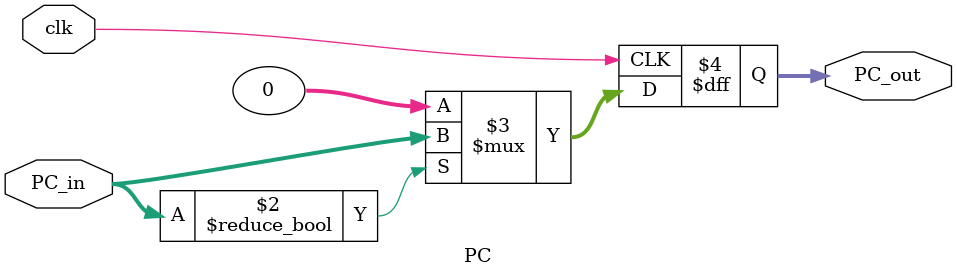
<source format=v>
`timescale 1ns/1ns

module PC(
    input [31:0]PC_in,
    input clk,
    output reg[31:0]PC_out
);

always @(posedge clk)
    begin
        PC_out = (PC_in) ? PC_in : 32'b0;
    end
    
endmodule
</source>
